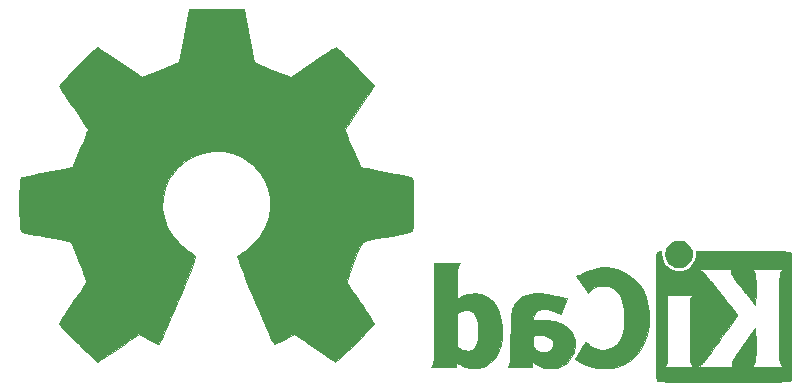
<source format=gbl>
G04 #@! TF.GenerationSoftware,KiCad,Pcbnew,(5.1.0)-1*
G04 #@! TF.CreationDate,2019-06-08T20:54:27-04:00*
G04 #@! TF.ProjectId,Case top+bottom,43617365-2074-46f7-902b-626f74746f6d,rev?*
G04 #@! TF.SameCoordinates,Original*
G04 #@! TF.FileFunction,Copper,L2,Bot*
G04 #@! TF.FilePolarity,Positive*
%FSLAX46Y46*%
G04 Gerber Fmt 4.6, Leading zero omitted, Abs format (unit mm)*
G04 Created by KiCad (PCBNEW (5.1.0)-1) date 2019-06-08 20:54:27*
%MOMM*%
%LPD*%
G04 APERTURE LIST*
%ADD10C,0.010000*%
G04 APERTURE END LIST*
D10*
G36*
X178777844Y-63319844D02*
G01*
X178572742Y-63390957D01*
X178381785Y-63502889D01*
X178211243Y-63655625D01*
X178067387Y-63849151D01*
X178002768Y-63971129D01*
X177946842Y-64141743D01*
X177919735Y-64338711D01*
X177922738Y-64541205D01*
X177956067Y-64724699D01*
X178047162Y-64948924D01*
X178179258Y-65143422D01*
X178345642Y-65304367D01*
X178539598Y-65427933D01*
X178754414Y-65510292D01*
X178983375Y-65547617D01*
X179219767Y-65536082D01*
X179336291Y-65511430D01*
X179563385Y-65423091D01*
X179765081Y-65288290D01*
X179936515Y-65111183D01*
X180072820Y-64895927D01*
X180084352Y-64872419D01*
X180124217Y-64784205D01*
X180149249Y-64709910D01*
X180162839Y-64631535D01*
X180168382Y-64531080D01*
X180169302Y-64421774D01*
X180167780Y-64290448D01*
X180160914Y-64195509D01*
X180145250Y-64118753D01*
X180117333Y-64041974D01*
X180082873Y-63966223D01*
X179954338Y-63751190D01*
X179796052Y-63577080D01*
X179614287Y-63443876D01*
X179415313Y-63351566D01*
X179205400Y-63300134D01*
X178990821Y-63289565D01*
X178777844Y-63319844D01*
X178777844Y-63319844D01*
G37*
X178777844Y-63319844D02*
X178572742Y-63390957D01*
X178381785Y-63502889D01*
X178211243Y-63655625D01*
X178067387Y-63849151D01*
X178002768Y-63971129D01*
X177946842Y-64141743D01*
X177919735Y-64338711D01*
X177922738Y-64541205D01*
X177956067Y-64724699D01*
X178047162Y-64948924D01*
X178179258Y-65143422D01*
X178345642Y-65304367D01*
X178539598Y-65427933D01*
X178754414Y-65510292D01*
X178983375Y-65547617D01*
X179219767Y-65536082D01*
X179336291Y-65511430D01*
X179563385Y-65423091D01*
X179765081Y-65288290D01*
X179936515Y-65111183D01*
X180072820Y-64895927D01*
X180084352Y-64872419D01*
X180124217Y-64784205D01*
X180149249Y-64709910D01*
X180162839Y-64631535D01*
X180168382Y-64531080D01*
X180169302Y-64421774D01*
X180167780Y-64290448D01*
X180160914Y-64195509D01*
X180145250Y-64118753D01*
X180117333Y-64041974D01*
X180082873Y-63966223D01*
X179954338Y-63751190D01*
X179796052Y-63577080D01*
X179614287Y-63443876D01*
X179415313Y-63351566D01*
X179205400Y-63300134D01*
X178990821Y-63289565D01*
X178777844Y-63319844D01*
G36*
X159744033Y-65150618D02*
G01*
X159511746Y-65151571D01*
X159432796Y-65152052D01*
X158347151Y-65159193D01*
X158333495Y-69324247D01*
X158331692Y-69889041D01*
X158330092Y-70401864D01*
X158328594Y-70865371D01*
X158327094Y-71282214D01*
X158325491Y-71655045D01*
X158323680Y-71986519D01*
X158321560Y-72279286D01*
X158319028Y-72536002D01*
X158315980Y-72759318D01*
X158312315Y-72951887D01*
X158307929Y-73116363D01*
X158302720Y-73255398D01*
X158296584Y-73371644D01*
X158289420Y-73467756D01*
X158281125Y-73546386D01*
X158271595Y-73610187D01*
X158260728Y-73661811D01*
X158248421Y-73703912D01*
X158234572Y-73739143D01*
X158219077Y-73770156D01*
X158201835Y-73799604D01*
X158182742Y-73830141D01*
X158161695Y-73864418D01*
X158157381Y-73871720D01*
X158085004Y-73995221D01*
X159131024Y-73988068D01*
X160177044Y-73980914D01*
X160190699Y-73751142D01*
X160198135Y-73640873D01*
X160205883Y-73577122D01*
X160216397Y-73551827D01*
X160232128Y-73556922D01*
X160245323Y-73571498D01*
X160302803Y-73624591D01*
X160396487Y-73692837D01*
X160513175Y-73768080D01*
X160639669Y-73842167D01*
X160762769Y-73906943D01*
X160857287Y-73949561D01*
X161078726Y-74019595D01*
X161332793Y-74069204D01*
X161600734Y-74096494D01*
X161863789Y-74099569D01*
X162103205Y-74076532D01*
X162107147Y-74075873D01*
X162434747Y-73993669D01*
X162741413Y-73862700D01*
X163024186Y-73685780D01*
X163280108Y-73465726D01*
X163506222Y-73205351D01*
X163699570Y-72907472D01*
X163857194Y-72574904D01*
X163943016Y-72328548D01*
X163999611Y-72122445D01*
X164041582Y-71922867D01*
X164070211Y-71717690D01*
X164086782Y-71494791D01*
X164092577Y-71242045D01*
X164090011Y-71035662D01*
X162074675Y-71035662D01*
X162065138Y-71381732D01*
X162035054Y-71679467D01*
X161983497Y-71931510D01*
X161909542Y-72140502D01*
X161812262Y-72309086D01*
X161690734Y-72439906D01*
X161550454Y-72532385D01*
X161477460Y-72566909D01*
X161414153Y-72587607D01*
X161343573Y-72597077D01*
X161248758Y-72597915D01*
X161146613Y-72594228D01*
X160945739Y-72576510D01*
X160786866Y-72541813D01*
X160736936Y-72524433D01*
X160622925Y-72473102D01*
X160502677Y-72408643D01*
X160450162Y-72376376D01*
X160313603Y-72286805D01*
X160313603Y-69447706D01*
X160463818Y-69357665D01*
X160673308Y-69255923D01*
X160887342Y-69195751D01*
X161098091Y-69176796D01*
X161297727Y-69198701D01*
X161478423Y-69261113D01*
X161632351Y-69363676D01*
X161682019Y-69412906D01*
X161801738Y-69574211D01*
X161898636Y-69769471D01*
X161973523Y-70002031D01*
X162027207Y-70275239D01*
X162060500Y-70592441D01*
X162074211Y-70956984D01*
X162074675Y-71035662D01*
X164090011Y-71035662D01*
X164088942Y-70949756D01*
X164065918Y-70500158D01*
X164019622Y-70094628D01*
X163948836Y-69727257D01*
X163852339Y-69392137D01*
X163728913Y-69083363D01*
X163684869Y-68991822D01*
X163507460Y-68693296D01*
X163293070Y-68428007D01*
X163046741Y-68200237D01*
X162773513Y-68014268D01*
X162478426Y-67874382D01*
X162301541Y-67816678D01*
X162127822Y-67782422D01*
X161918795Y-67762041D01*
X161691986Y-67755525D01*
X161464916Y-67762866D01*
X161255108Y-67784055D01*
X161086648Y-67817295D01*
X160886143Y-67882482D01*
X160691805Y-67966307D01*
X160521776Y-68060280D01*
X160431279Y-68124058D01*
X160368856Y-68171484D01*
X160325147Y-68200361D01*
X160315204Y-68204462D01*
X160312121Y-68178041D01*
X160309247Y-68102339D01*
X160306645Y-67982698D01*
X160304379Y-67824462D01*
X160302512Y-67632973D01*
X160301109Y-67413574D01*
X160300233Y-67171607D01*
X160299947Y-66925147D01*
X160300106Y-66609476D01*
X160300892Y-66343337D01*
X160302762Y-66121641D01*
X160306175Y-65939296D01*
X160311591Y-65791212D01*
X160319469Y-65672299D01*
X160330267Y-65577465D01*
X160344445Y-65501620D01*
X160362461Y-65439674D01*
X160384775Y-65386536D01*
X160411846Y-65337115D01*
X160444133Y-65286321D01*
X160448287Y-65280031D01*
X160489929Y-65214245D01*
X160515071Y-65169008D01*
X160518441Y-65159466D01*
X160492097Y-65156455D01*
X160416931Y-65154006D01*
X160298743Y-65152158D01*
X160143331Y-65150951D01*
X159956494Y-65150424D01*
X159744033Y-65150618D01*
X159744033Y-65150618D01*
G37*
X159744033Y-65150618D02*
X159511746Y-65151571D01*
X159432796Y-65152052D01*
X158347151Y-65159193D01*
X158333495Y-69324247D01*
X158331692Y-69889041D01*
X158330092Y-70401864D01*
X158328594Y-70865371D01*
X158327094Y-71282214D01*
X158325491Y-71655045D01*
X158323680Y-71986519D01*
X158321560Y-72279286D01*
X158319028Y-72536002D01*
X158315980Y-72759318D01*
X158312315Y-72951887D01*
X158307929Y-73116363D01*
X158302720Y-73255398D01*
X158296584Y-73371644D01*
X158289420Y-73467756D01*
X158281125Y-73546386D01*
X158271595Y-73610187D01*
X158260728Y-73661811D01*
X158248421Y-73703912D01*
X158234572Y-73739143D01*
X158219077Y-73770156D01*
X158201835Y-73799604D01*
X158182742Y-73830141D01*
X158161695Y-73864418D01*
X158157381Y-73871720D01*
X158085004Y-73995221D01*
X159131024Y-73988068D01*
X160177044Y-73980914D01*
X160190699Y-73751142D01*
X160198135Y-73640873D01*
X160205883Y-73577122D01*
X160216397Y-73551827D01*
X160232128Y-73556922D01*
X160245323Y-73571498D01*
X160302803Y-73624591D01*
X160396487Y-73692837D01*
X160513175Y-73768080D01*
X160639669Y-73842167D01*
X160762769Y-73906943D01*
X160857287Y-73949561D01*
X161078726Y-74019595D01*
X161332793Y-74069204D01*
X161600734Y-74096494D01*
X161863789Y-74099569D01*
X162103205Y-74076532D01*
X162107147Y-74075873D01*
X162434747Y-73993669D01*
X162741413Y-73862700D01*
X163024186Y-73685780D01*
X163280108Y-73465726D01*
X163506222Y-73205351D01*
X163699570Y-72907472D01*
X163857194Y-72574904D01*
X163943016Y-72328548D01*
X163999611Y-72122445D01*
X164041582Y-71922867D01*
X164070211Y-71717690D01*
X164086782Y-71494791D01*
X164092577Y-71242045D01*
X164090011Y-71035662D01*
X162074675Y-71035662D01*
X162065138Y-71381732D01*
X162035054Y-71679467D01*
X161983497Y-71931510D01*
X161909542Y-72140502D01*
X161812262Y-72309086D01*
X161690734Y-72439906D01*
X161550454Y-72532385D01*
X161477460Y-72566909D01*
X161414153Y-72587607D01*
X161343573Y-72597077D01*
X161248758Y-72597915D01*
X161146613Y-72594228D01*
X160945739Y-72576510D01*
X160786866Y-72541813D01*
X160736936Y-72524433D01*
X160622925Y-72473102D01*
X160502677Y-72408643D01*
X160450162Y-72376376D01*
X160313603Y-72286805D01*
X160313603Y-69447706D01*
X160463818Y-69357665D01*
X160673308Y-69255923D01*
X160887342Y-69195751D01*
X161098091Y-69176796D01*
X161297727Y-69198701D01*
X161478423Y-69261113D01*
X161632351Y-69363676D01*
X161682019Y-69412906D01*
X161801738Y-69574211D01*
X161898636Y-69769471D01*
X161973523Y-70002031D01*
X162027207Y-70275239D01*
X162060500Y-70592441D01*
X162074211Y-70956984D01*
X162074675Y-71035662D01*
X164090011Y-71035662D01*
X164088942Y-70949756D01*
X164065918Y-70500158D01*
X164019622Y-70094628D01*
X163948836Y-69727257D01*
X163852339Y-69392137D01*
X163728913Y-69083363D01*
X163684869Y-68991822D01*
X163507460Y-68693296D01*
X163293070Y-68428007D01*
X163046741Y-68200237D01*
X162773513Y-68014268D01*
X162478426Y-67874382D01*
X162301541Y-67816678D01*
X162127822Y-67782422D01*
X161918795Y-67762041D01*
X161691986Y-67755525D01*
X161464916Y-67762866D01*
X161255108Y-67784055D01*
X161086648Y-67817295D01*
X160886143Y-67882482D01*
X160691805Y-67966307D01*
X160521776Y-68060280D01*
X160431279Y-68124058D01*
X160368856Y-68171484D01*
X160325147Y-68200361D01*
X160315204Y-68204462D01*
X160312121Y-68178041D01*
X160309247Y-68102339D01*
X160306645Y-67982698D01*
X160304379Y-67824462D01*
X160302512Y-67632973D01*
X160301109Y-67413574D01*
X160300233Y-67171607D01*
X160299947Y-66925147D01*
X160300106Y-66609476D01*
X160300892Y-66343337D01*
X160302762Y-66121641D01*
X160306175Y-65939296D01*
X160311591Y-65791212D01*
X160319469Y-65672299D01*
X160330267Y-65577465D01*
X160344445Y-65501620D01*
X160362461Y-65439674D01*
X160384775Y-65386536D01*
X160411846Y-65337115D01*
X160444133Y-65286321D01*
X160448287Y-65280031D01*
X160489929Y-65214245D01*
X160515071Y-65169008D01*
X160518441Y-65159466D01*
X160492097Y-65156455D01*
X160416931Y-65154006D01*
X160298743Y-65152158D01*
X160143331Y-65150951D01*
X159956494Y-65150424D01*
X159744033Y-65150618D01*
G36*
X167054049Y-67751368D02*
G01*
X166918728Y-67761611D01*
X166531558Y-67813122D01*
X166188679Y-67895283D01*
X165888420Y-68009222D01*
X165629112Y-68156072D01*
X165409084Y-68336962D01*
X165226666Y-68553022D01*
X165080189Y-68805384D01*
X164973229Y-69078441D01*
X164946079Y-69165541D01*
X164922436Y-69247107D01*
X164902023Y-69327529D01*
X164884561Y-69411199D01*
X164869770Y-69502508D01*
X164857373Y-69605847D01*
X164847089Y-69725609D01*
X164838642Y-69866183D01*
X164831752Y-70031962D01*
X164826139Y-70227336D01*
X164821527Y-70456698D01*
X164817635Y-70724437D01*
X164814185Y-71034947D01*
X164810898Y-71392618D01*
X164808549Y-71673064D01*
X164792742Y-73598548D01*
X164690323Y-73783843D01*
X164641825Y-73873111D01*
X164605734Y-73942448D01*
X164588517Y-73979354D01*
X164587904Y-73981854D01*
X164614220Y-73984715D01*
X164689189Y-73987351D01*
X164806839Y-73989689D01*
X164961200Y-73991653D01*
X165146300Y-73993170D01*
X165356168Y-73994165D01*
X165584833Y-73994565D01*
X165612097Y-73994570D01*
X166636291Y-73994570D01*
X166636291Y-73762419D01*
X166638037Y-73657507D01*
X166642698Y-73577271D01*
X166649404Y-73534251D01*
X166652368Y-73530269D01*
X166679477Y-73546950D01*
X166735269Y-73590731D01*
X166807785Y-73652216D01*
X166809411Y-73653638D01*
X166941743Y-73752160D01*
X167108867Y-73851089D01*
X167291900Y-73940706D01*
X167471957Y-74011293D01*
X167551237Y-74035414D01*
X167709009Y-74066051D01*
X167902603Y-74085602D01*
X168114296Y-74093787D01*
X168326368Y-74090327D01*
X168521096Y-74074945D01*
X168657366Y-74052811D01*
X168991546Y-73954676D01*
X169292397Y-73814819D01*
X169557961Y-73634974D01*
X169786279Y-73416876D01*
X169975394Y-73162261D01*
X170123347Y-72872864D01*
X170187175Y-72697258D01*
X170227177Y-72526576D01*
X170253687Y-72321678D01*
X170265953Y-72101464D01*
X170265550Y-72069420D01*
X168418388Y-72069420D01*
X168403070Y-72233053D01*
X168352065Y-72369042D01*
X168257796Y-72495208D01*
X168221589Y-72532203D01*
X168092880Y-72632221D01*
X167944115Y-72696294D01*
X167765887Y-72727309D01*
X167578202Y-72729593D01*
X167400186Y-72714514D01*
X167263888Y-72685021D01*
X167204694Y-72662869D01*
X167098005Y-72602496D01*
X166984963Y-72517589D01*
X166881825Y-72422295D01*
X166804849Y-72330760D01*
X166784409Y-72297181D01*
X166768519Y-72250157D01*
X166757222Y-72175333D01*
X166749991Y-72065560D01*
X166746300Y-71913692D01*
X166745538Y-71769155D01*
X166746054Y-71600644D01*
X166748140Y-71478799D01*
X166752598Y-71395666D01*
X166760235Y-71343292D01*
X166771854Y-71313726D01*
X166788260Y-71299013D01*
X166793334Y-71296670D01*
X166837430Y-71289453D01*
X166924400Y-71283550D01*
X167042500Y-71279493D01*
X167179986Y-71277815D01*
X167209839Y-71277813D01*
X167393614Y-71280746D01*
X167535593Y-71289469D01*
X167648409Y-71305177D01*
X167741598Y-71328118D01*
X167972754Y-71415535D01*
X168154027Y-71523010D01*
X168286986Y-71652262D01*
X168373199Y-71805010D01*
X168414238Y-71982972D01*
X168418388Y-72069420D01*
X170265550Y-72069420D01*
X170263224Y-71884834D01*
X170244748Y-71690689D01*
X170230336Y-71612252D01*
X170138310Y-71321017D01*
X169998377Y-71053054D01*
X169813177Y-70810932D01*
X169585352Y-70597221D01*
X169317543Y-70414492D01*
X169012393Y-70265314D01*
X168752957Y-70174727D01*
X168579566Y-70127136D01*
X168413718Y-70090155D01*
X168244671Y-70062585D01*
X168061683Y-70043224D01*
X167854011Y-70030871D01*
X167610913Y-70024326D01*
X167391128Y-70022483D01*
X166739406Y-70020699D01*
X166751891Y-69824798D01*
X166787343Y-69612243D01*
X166862759Y-69429543D01*
X166974927Y-69281262D01*
X167120636Y-69171960D01*
X167248936Y-69118624D01*
X167432765Y-69085010D01*
X167651606Y-69080183D01*
X167895200Y-69102363D01*
X168153290Y-69149772D01*
X168415615Y-69220629D01*
X168671918Y-69313155D01*
X168858176Y-69397778D01*
X168947789Y-69441231D01*
X169016142Y-69471580D01*
X169050903Y-69483423D01*
X169052789Y-69483043D01*
X169064785Y-69456518D01*
X169094738Y-69386210D01*
X169139830Y-69278855D01*
X169197243Y-69141190D01*
X169264158Y-68979949D01*
X169332176Y-68815395D01*
X169604103Y-68156328D01*
X169410681Y-68124559D01*
X169326846Y-68108619D01*
X169200817Y-68081847D01*
X169043392Y-68046673D01*
X168865367Y-68005528D01*
X168677537Y-67960842D01*
X168602742Y-67942683D01*
X168279162Y-67867631D01*
X167995868Y-67811362D01*
X167742285Y-67772738D01*
X167507838Y-67750623D01*
X167281951Y-67743878D01*
X167054049Y-67751368D01*
X167054049Y-67751368D01*
G37*
X167054049Y-67751368D02*
X166918728Y-67761611D01*
X166531558Y-67813122D01*
X166188679Y-67895283D01*
X165888420Y-68009222D01*
X165629112Y-68156072D01*
X165409084Y-68336962D01*
X165226666Y-68553022D01*
X165080189Y-68805384D01*
X164973229Y-69078441D01*
X164946079Y-69165541D01*
X164922436Y-69247107D01*
X164902023Y-69327529D01*
X164884561Y-69411199D01*
X164869770Y-69502508D01*
X164857373Y-69605847D01*
X164847089Y-69725609D01*
X164838642Y-69866183D01*
X164831752Y-70031962D01*
X164826139Y-70227336D01*
X164821527Y-70456698D01*
X164817635Y-70724437D01*
X164814185Y-71034947D01*
X164810898Y-71392618D01*
X164808549Y-71673064D01*
X164792742Y-73598548D01*
X164690323Y-73783843D01*
X164641825Y-73873111D01*
X164605734Y-73942448D01*
X164588517Y-73979354D01*
X164587904Y-73981854D01*
X164614220Y-73984715D01*
X164689189Y-73987351D01*
X164806839Y-73989689D01*
X164961200Y-73991653D01*
X165146300Y-73993170D01*
X165356168Y-73994165D01*
X165584833Y-73994565D01*
X165612097Y-73994570D01*
X166636291Y-73994570D01*
X166636291Y-73762419D01*
X166638037Y-73657507D01*
X166642698Y-73577271D01*
X166649404Y-73534251D01*
X166652368Y-73530269D01*
X166679477Y-73546950D01*
X166735269Y-73590731D01*
X166807785Y-73652216D01*
X166809411Y-73653638D01*
X166941743Y-73752160D01*
X167108867Y-73851089D01*
X167291900Y-73940706D01*
X167471957Y-74011293D01*
X167551237Y-74035414D01*
X167709009Y-74066051D01*
X167902603Y-74085602D01*
X168114296Y-74093787D01*
X168326368Y-74090327D01*
X168521096Y-74074945D01*
X168657366Y-74052811D01*
X168991546Y-73954676D01*
X169292397Y-73814819D01*
X169557961Y-73634974D01*
X169786279Y-73416876D01*
X169975394Y-73162261D01*
X170123347Y-72872864D01*
X170187175Y-72697258D01*
X170227177Y-72526576D01*
X170253687Y-72321678D01*
X170265953Y-72101464D01*
X170265550Y-72069420D01*
X168418388Y-72069420D01*
X168403070Y-72233053D01*
X168352065Y-72369042D01*
X168257796Y-72495208D01*
X168221589Y-72532203D01*
X168092880Y-72632221D01*
X167944115Y-72696294D01*
X167765887Y-72727309D01*
X167578202Y-72729593D01*
X167400186Y-72714514D01*
X167263888Y-72685021D01*
X167204694Y-72662869D01*
X167098005Y-72602496D01*
X166984963Y-72517589D01*
X166881825Y-72422295D01*
X166804849Y-72330760D01*
X166784409Y-72297181D01*
X166768519Y-72250157D01*
X166757222Y-72175333D01*
X166749991Y-72065560D01*
X166746300Y-71913692D01*
X166745538Y-71769155D01*
X166746054Y-71600644D01*
X166748140Y-71478799D01*
X166752598Y-71395666D01*
X166760235Y-71343292D01*
X166771854Y-71313726D01*
X166788260Y-71299013D01*
X166793334Y-71296670D01*
X166837430Y-71289453D01*
X166924400Y-71283550D01*
X167042500Y-71279493D01*
X167179986Y-71277815D01*
X167209839Y-71277813D01*
X167393614Y-71280746D01*
X167535593Y-71289469D01*
X167648409Y-71305177D01*
X167741598Y-71328118D01*
X167972754Y-71415535D01*
X168154027Y-71523010D01*
X168286986Y-71652262D01*
X168373199Y-71805010D01*
X168414238Y-71982972D01*
X168418388Y-72069420D01*
X170265550Y-72069420D01*
X170263224Y-71884834D01*
X170244748Y-71690689D01*
X170230336Y-71612252D01*
X170138310Y-71321017D01*
X169998377Y-71053054D01*
X169813177Y-70810932D01*
X169585352Y-70597221D01*
X169317543Y-70414492D01*
X169012393Y-70265314D01*
X168752957Y-70174727D01*
X168579566Y-70127136D01*
X168413718Y-70090155D01*
X168244671Y-70062585D01*
X168061683Y-70043224D01*
X167854011Y-70030871D01*
X167610913Y-70024326D01*
X167391128Y-70022483D01*
X166739406Y-70020699D01*
X166751891Y-69824798D01*
X166787343Y-69612243D01*
X166862759Y-69429543D01*
X166974927Y-69281262D01*
X167120636Y-69171960D01*
X167248936Y-69118624D01*
X167432765Y-69085010D01*
X167651606Y-69080183D01*
X167895200Y-69102363D01*
X168153290Y-69149772D01*
X168415615Y-69220629D01*
X168671918Y-69313155D01*
X168858176Y-69397778D01*
X168947789Y-69441231D01*
X169016142Y-69471580D01*
X169050903Y-69483423D01*
X169052789Y-69483043D01*
X169064785Y-69456518D01*
X169094738Y-69386210D01*
X169139830Y-69278855D01*
X169197243Y-69141190D01*
X169264158Y-68979949D01*
X169332176Y-68815395D01*
X169604103Y-68156328D01*
X169410681Y-68124559D01*
X169326846Y-68108619D01*
X169200817Y-68081847D01*
X169043392Y-68046673D01*
X168865367Y-68005528D01*
X168677537Y-67960842D01*
X168602742Y-67942683D01*
X168279162Y-67867631D01*
X167995868Y-67811362D01*
X167742285Y-67772738D01*
X167507838Y-67750623D01*
X167281951Y-67743878D01*
X167054049Y-67751368D01*
G36*
X172479807Y-65555777D02*
G01*
X172185294Y-65588019D01*
X171899961Y-65645729D01*
X171612200Y-65731917D01*
X171310404Y-65849593D01*
X170982966Y-66001767D01*
X170923999Y-66031243D01*
X170788676Y-66097910D01*
X170661049Y-66157939D01*
X170553713Y-66205599D01*
X170479264Y-66235155D01*
X170467827Y-66238876D01*
X170358226Y-66271714D01*
X170848845Y-66985453D01*
X170968794Y-67159895D01*
X171078461Y-67319270D01*
X171174117Y-67458168D01*
X171252031Y-67571178D01*
X171308475Y-67652890D01*
X171339719Y-67697891D01*
X171344795Y-67705018D01*
X171365412Y-67690117D01*
X171416161Y-67645320D01*
X171487966Y-67578765D01*
X171527594Y-67541147D01*
X171752118Y-67362568D01*
X172004274Y-67226868D01*
X172221560Y-67152537D01*
X172351993Y-67129193D01*
X172515307Y-67114967D01*
X172692293Y-67110124D01*
X172863744Y-67114926D01*
X173010452Y-67129638D01*
X173068993Y-67140905D01*
X173332853Y-67231685D01*
X173570622Y-67370296D01*
X173782124Y-67556485D01*
X173967184Y-67789999D01*
X174125625Y-68070584D01*
X174257271Y-68397987D01*
X174361946Y-68771955D01*
X174424155Y-69092097D01*
X174440386Y-69233426D01*
X174451444Y-69416004D01*
X174457437Y-69626709D01*
X174458473Y-69852422D01*
X174454657Y-70080022D01*
X174446097Y-70296389D01*
X174432899Y-70488402D01*
X174415170Y-70642943D01*
X174411333Y-70666786D01*
X174326749Y-71050860D01*
X174211505Y-71390783D01*
X174064897Y-71688078D01*
X173886226Y-71944268D01*
X173759400Y-72082775D01*
X173531475Y-72270828D01*
X173281512Y-72410220D01*
X173013730Y-72500195D01*
X172732344Y-72539994D01*
X172441571Y-72528857D01*
X172145627Y-72466026D01*
X171970660Y-72404547D01*
X171728534Y-72281436D01*
X171478980Y-72104837D01*
X171339191Y-71985412D01*
X171260699Y-71916291D01*
X171199030Y-71865579D01*
X171163928Y-71841144D01*
X171159570Y-71840398D01*
X171143903Y-71865367D01*
X171103308Y-71931348D01*
X171041243Y-72032685D01*
X170961167Y-72163721D01*
X170866538Y-72318800D01*
X170760814Y-72492265D01*
X170701967Y-72588896D01*
X170252474Y-73327201D01*
X170813683Y-73604549D01*
X171016596Y-73704172D01*
X171180973Y-73782729D01*
X171316861Y-73844122D01*
X171434309Y-73892253D01*
X171543364Y-73931023D01*
X171654074Y-73964333D01*
X171776487Y-73996086D01*
X171893818Y-74023969D01*
X171998105Y-74045546D01*
X172107168Y-74061851D01*
X172231927Y-74073791D01*
X172383297Y-74082270D01*
X172572199Y-74088192D01*
X172699517Y-74090749D01*
X172881177Y-74092494D01*
X173055367Y-74091614D01*
X173210557Y-74088360D01*
X173335223Y-74082984D01*
X173417834Y-74075735D01*
X173422730Y-74075012D01*
X173851709Y-73982205D01*
X174254551Y-73841449D01*
X174631112Y-73652839D01*
X174981252Y-73416466D01*
X175304828Y-73132424D01*
X175601700Y-72800805D01*
X175816701Y-72506075D01*
X176045589Y-72120298D01*
X176230611Y-71712895D01*
X176372662Y-71280600D01*
X176472636Y-70820146D01*
X176531428Y-70328267D01*
X176549951Y-69828799D01*
X176534717Y-69345634D01*
X176486844Y-68899842D01*
X176404811Y-68483905D01*
X176287097Y-68090304D01*
X176132181Y-67711518D01*
X176113683Y-67672275D01*
X175909894Y-67305440D01*
X175659598Y-66956360D01*
X175369885Y-66632260D01*
X175047846Y-66340366D01*
X174700574Y-66087904D01*
X174376987Y-65902714D01*
X174050096Y-65757670D01*
X173722511Y-65652603D01*
X173381552Y-65584653D01*
X173014535Y-65550960D01*
X172795108Y-65545992D01*
X172479807Y-65555777D01*
X172479807Y-65555777D01*
G37*
X172479807Y-65555777D02*
X172185294Y-65588019D01*
X171899961Y-65645729D01*
X171612200Y-65731917D01*
X171310404Y-65849593D01*
X170982966Y-66001767D01*
X170923999Y-66031243D01*
X170788676Y-66097910D01*
X170661049Y-66157939D01*
X170553713Y-66205599D01*
X170479264Y-66235155D01*
X170467827Y-66238876D01*
X170358226Y-66271714D01*
X170848845Y-66985453D01*
X170968794Y-67159895D01*
X171078461Y-67319270D01*
X171174117Y-67458168D01*
X171252031Y-67571178D01*
X171308475Y-67652890D01*
X171339719Y-67697891D01*
X171344795Y-67705018D01*
X171365412Y-67690117D01*
X171416161Y-67645320D01*
X171487966Y-67578765D01*
X171527594Y-67541147D01*
X171752118Y-67362568D01*
X172004274Y-67226868D01*
X172221560Y-67152537D01*
X172351993Y-67129193D01*
X172515307Y-67114967D01*
X172692293Y-67110124D01*
X172863744Y-67114926D01*
X173010452Y-67129638D01*
X173068993Y-67140905D01*
X173332853Y-67231685D01*
X173570622Y-67370296D01*
X173782124Y-67556485D01*
X173967184Y-67789999D01*
X174125625Y-68070584D01*
X174257271Y-68397987D01*
X174361946Y-68771955D01*
X174424155Y-69092097D01*
X174440386Y-69233426D01*
X174451444Y-69416004D01*
X174457437Y-69626709D01*
X174458473Y-69852422D01*
X174454657Y-70080022D01*
X174446097Y-70296389D01*
X174432899Y-70488402D01*
X174415170Y-70642943D01*
X174411333Y-70666786D01*
X174326749Y-71050860D01*
X174211505Y-71390783D01*
X174064897Y-71688078D01*
X173886226Y-71944268D01*
X173759400Y-72082775D01*
X173531475Y-72270828D01*
X173281512Y-72410220D01*
X173013730Y-72500195D01*
X172732344Y-72539994D01*
X172441571Y-72528857D01*
X172145627Y-72466026D01*
X171970660Y-72404547D01*
X171728534Y-72281436D01*
X171478980Y-72104837D01*
X171339191Y-71985412D01*
X171260699Y-71916291D01*
X171199030Y-71865579D01*
X171163928Y-71841144D01*
X171159570Y-71840398D01*
X171143903Y-71865367D01*
X171103308Y-71931348D01*
X171041243Y-72032685D01*
X170961167Y-72163721D01*
X170866538Y-72318800D01*
X170760814Y-72492265D01*
X170701967Y-72588896D01*
X170252474Y-73327201D01*
X170813683Y-73604549D01*
X171016596Y-73704172D01*
X171180973Y-73782729D01*
X171316861Y-73844122D01*
X171434309Y-73892253D01*
X171543364Y-73931023D01*
X171654074Y-73964333D01*
X171776487Y-73996086D01*
X171893818Y-74023969D01*
X171998105Y-74045546D01*
X172107168Y-74061851D01*
X172231927Y-74073791D01*
X172383297Y-74082270D01*
X172572199Y-74088192D01*
X172699517Y-74090749D01*
X172881177Y-74092494D01*
X173055367Y-74091614D01*
X173210557Y-74088360D01*
X173335223Y-74082984D01*
X173417834Y-74075735D01*
X173422730Y-74075012D01*
X173851709Y-73982205D01*
X174254551Y-73841449D01*
X174631112Y-73652839D01*
X174981252Y-73416466D01*
X175304828Y-73132424D01*
X175601700Y-72800805D01*
X175816701Y-72506075D01*
X176045589Y-72120298D01*
X176230611Y-71712895D01*
X176372662Y-71280600D01*
X176472636Y-70820146D01*
X176531428Y-70328267D01*
X176549951Y-69828799D01*
X176534717Y-69345634D01*
X176486844Y-68899842D01*
X176404811Y-68483905D01*
X176287097Y-68090304D01*
X176132181Y-67711518D01*
X176113683Y-67672275D01*
X175909894Y-67305440D01*
X175659598Y-66956360D01*
X175369885Y-66632260D01*
X175047846Y-66340366D01*
X174700574Y-66087904D01*
X174376987Y-65902714D01*
X174050096Y-65757670D01*
X173722511Y-65652603D01*
X173381552Y-65584653D01*
X173014535Y-65550960D01*
X172795108Y-65545992D01*
X172479807Y-65555777D01*
G36*
X185202446Y-64189541D02*
G01*
X184676244Y-64189613D01*
X184431303Y-64189623D01*
X180510699Y-64189623D01*
X180510699Y-64420734D01*
X180486032Y-64701976D01*
X180411584Y-64961359D01*
X180286686Y-65200424D01*
X180110670Y-65420714D01*
X180051118Y-65480210D01*
X179836895Y-65648971D01*
X179600690Y-65772052D01*
X179349517Y-65849510D01*
X179090393Y-65881399D01*
X178830333Y-65867776D01*
X178576353Y-65808697D01*
X178335469Y-65704217D01*
X178114696Y-65554393D01*
X178015543Y-65464001D01*
X177830773Y-65242376D01*
X177695284Y-64998661D01*
X177610256Y-64735643D01*
X177576872Y-64456106D01*
X177576428Y-64428606D01*
X177574678Y-64189632D01*
X177469645Y-64189628D01*
X177376470Y-64202273D01*
X177291356Y-64233040D01*
X177285731Y-64236219D01*
X177266508Y-64246194D01*
X177248855Y-64253962D01*
X177232708Y-64261787D01*
X177218005Y-64271930D01*
X177204681Y-64286655D01*
X177192672Y-64308225D01*
X177181915Y-64338901D01*
X177172346Y-64380947D01*
X177163901Y-64436626D01*
X177156516Y-64508199D01*
X177150127Y-64597930D01*
X177144671Y-64708082D01*
X177140084Y-64840916D01*
X177136302Y-64998696D01*
X177133260Y-65183684D01*
X177130897Y-65398144D01*
X177129147Y-65644337D01*
X177127947Y-65924527D01*
X177127232Y-66240975D01*
X177126940Y-66595946D01*
X177127007Y-66991700D01*
X177127368Y-67430502D01*
X177127960Y-67914614D01*
X177128719Y-68446298D01*
X177129581Y-69027817D01*
X177130482Y-69661433D01*
X177130587Y-69738629D01*
X177131395Y-70376287D01*
X177132081Y-70961582D01*
X177132717Y-71496778D01*
X177133376Y-71984136D01*
X177134131Y-72425917D01*
X177135053Y-72824382D01*
X177136216Y-73181795D01*
X177137693Y-73500415D01*
X177139555Y-73782506D01*
X177141876Y-74030328D01*
X177144729Y-74246143D01*
X177148185Y-74432213D01*
X177152318Y-74590800D01*
X177157200Y-74724164D01*
X177162904Y-74834569D01*
X177169502Y-74924275D01*
X177177068Y-74995544D01*
X177185673Y-75050638D01*
X177195390Y-75091818D01*
X177206293Y-75121346D01*
X177218453Y-75141484D01*
X177231943Y-75154493D01*
X177246837Y-75162636D01*
X177263206Y-75168173D01*
X177281123Y-75173366D01*
X177300661Y-75180477D01*
X177305434Y-75182642D01*
X177320434Y-75187506D01*
X177345541Y-75191976D01*
X177382946Y-75196066D01*
X177434842Y-75199793D01*
X177503420Y-75203173D01*
X177590873Y-75206221D01*
X177699394Y-75208954D01*
X177831174Y-75211387D01*
X177988406Y-75213537D01*
X178173281Y-75215419D01*
X178387993Y-75217049D01*
X178634734Y-75218443D01*
X178915694Y-75219617D01*
X179233068Y-75220587D01*
X179589047Y-75221369D01*
X179985822Y-75221979D01*
X180425588Y-75222432D01*
X180910535Y-75222745D01*
X181442856Y-75222934D01*
X182024743Y-75223013D01*
X182658389Y-75223000D01*
X182863644Y-75222980D01*
X183511347Y-75222876D01*
X184106644Y-75222706D01*
X184651755Y-75222453D01*
X185148897Y-75222098D01*
X185600290Y-75221626D01*
X186008151Y-75221018D01*
X186374700Y-75220258D01*
X186702154Y-75219327D01*
X186992732Y-75218209D01*
X187248652Y-75216886D01*
X187472133Y-75215341D01*
X187665394Y-75213557D01*
X187830652Y-75211516D01*
X187970127Y-75209201D01*
X188086037Y-75206594D01*
X188180600Y-75203678D01*
X188256034Y-75200436D01*
X188314558Y-75196851D01*
X188358391Y-75192905D01*
X188389752Y-75188581D01*
X188410857Y-75183862D01*
X188422363Y-75179540D01*
X188442812Y-75170916D01*
X188461587Y-75164557D01*
X188478760Y-75158203D01*
X188494402Y-75149597D01*
X188508584Y-75136480D01*
X188521377Y-75116594D01*
X188532852Y-75087679D01*
X188543080Y-75047479D01*
X188552133Y-74993733D01*
X188560080Y-74924185D01*
X188566994Y-74836574D01*
X188572945Y-74728644D01*
X188578005Y-74598135D01*
X188582245Y-74442789D01*
X188585735Y-74260348D01*
X188588547Y-74048553D01*
X188589283Y-73967258D01*
X187860361Y-73967258D01*
X185283987Y-73967258D01*
X185333561Y-73892150D01*
X185382878Y-73814968D01*
X185424640Y-73741469D01*
X185459441Y-73666512D01*
X185487877Y-73584953D01*
X185510540Y-73491648D01*
X185528025Y-73381453D01*
X185540926Y-73249225D01*
X185549837Y-73089820D01*
X185555352Y-72898095D01*
X185558064Y-72668907D01*
X185558569Y-72397112D01*
X185557459Y-72077566D01*
X185556830Y-71958932D01*
X185549732Y-70687123D01*
X184744033Y-71784010D01*
X184515779Y-72095183D01*
X184318025Y-72366143D01*
X184148635Y-72600478D01*
X184005473Y-72801780D01*
X183886405Y-72973637D01*
X183789295Y-73119640D01*
X183712007Y-73243378D01*
X183652407Y-73348441D01*
X183608359Y-73438420D01*
X183577728Y-73516903D01*
X183558378Y-73587480D01*
X183548175Y-73653742D01*
X183544983Y-73719277D01*
X183546667Y-73787677D01*
X183547097Y-73796274D01*
X183555968Y-73967372D01*
X182144236Y-73967315D01*
X180732505Y-73967258D01*
X180942516Y-73755500D01*
X180999504Y-73697582D01*
X181053566Y-73641225D01*
X181107076Y-73583322D01*
X181162404Y-73520764D01*
X181221925Y-73450443D01*
X181288011Y-73369251D01*
X181363034Y-73274081D01*
X181449367Y-73161823D01*
X181549383Y-73029370D01*
X181665454Y-72873614D01*
X181799952Y-72691446D01*
X181955251Y-72479760D01*
X182133722Y-72235446D01*
X182337740Y-71955397D01*
X182569675Y-71636504D01*
X182759782Y-71374920D01*
X182998372Y-71046292D01*
X183206508Y-70758957D01*
X183386075Y-70510187D01*
X183538957Y-70297254D01*
X183667041Y-70117430D01*
X183772212Y-69967986D01*
X183856355Y-69846196D01*
X183921357Y-69749331D01*
X183969103Y-69674662D01*
X184001477Y-69619463D01*
X184020366Y-69581004D01*
X184027655Y-69556559D01*
X184025464Y-69543706D01*
X183998913Y-69509504D01*
X183941508Y-69437108D01*
X183856713Y-69330820D01*
X183747992Y-69194945D01*
X183618808Y-69033784D01*
X183472626Y-68851643D01*
X183312909Y-68652822D01*
X183143121Y-68441627D01*
X182966726Y-68222359D01*
X182787187Y-67999323D01*
X182688435Y-67876720D01*
X180236548Y-67876720D01*
X180032742Y-68245430D01*
X180032742Y-73598548D01*
X180236548Y-73967258D01*
X179031111Y-73967258D01*
X178743341Y-73967174D01*
X178505647Y-73966797D01*
X178313482Y-73965935D01*
X178162298Y-73964400D01*
X178047548Y-73962000D01*
X177964685Y-73958546D01*
X177909162Y-73953849D01*
X177876430Y-73947717D01*
X177861943Y-73939961D01*
X177861153Y-73930391D01*
X177869513Y-73918817D01*
X177869599Y-73918721D01*
X177904036Y-73868907D01*
X177949637Y-73787910D01*
X177989908Y-73707055D01*
X178066291Y-73543925D01*
X178074081Y-70710322D01*
X178081871Y-67876720D01*
X180236548Y-67876720D01*
X182688435Y-67876720D01*
X182607969Y-67776821D01*
X182432536Y-67559157D01*
X182264350Y-67350633D01*
X182106877Y-67155554D01*
X181963579Y-66978221D01*
X181837921Y-66822939D01*
X181733366Y-66694010D01*
X181653379Y-66595738D01*
X181606398Y-66538441D01*
X181423963Y-66324180D01*
X181248452Y-66130830D01*
X181086016Y-65964720D01*
X180942805Y-65832180D01*
X180841171Y-65750921D01*
X180720998Y-65664462D01*
X183484840Y-65664462D01*
X183484064Y-65826646D01*
X183491788Y-65945883D01*
X183520828Y-66056426D01*
X183565782Y-66161216D01*
X183595004Y-66220416D01*
X183626423Y-66279074D01*
X183662909Y-66341086D01*
X183707331Y-66410345D01*
X183762561Y-66490746D01*
X183831469Y-66586181D01*
X183916923Y-66700547D01*
X184021796Y-66837735D01*
X184148955Y-67001642D01*
X184301273Y-67196160D01*
X184481618Y-67425185D01*
X184692862Y-67692609D01*
X184716721Y-67722783D01*
X185549732Y-68776195D01*
X185557796Y-67609522D01*
X185559420Y-67260069D01*
X185559074Y-66964230D01*
X185556742Y-66721030D01*
X185552407Y-66529493D01*
X185546051Y-66388644D01*
X185537659Y-66297508D01*
X185534838Y-66280220D01*
X185490584Y-66098117D01*
X185432602Y-65933950D01*
X185366437Y-65801954D01*
X185326687Y-65745972D01*
X185258102Y-65664462D01*
X186559453Y-65664462D01*
X186869885Y-65664728D01*
X187129477Y-65665591D01*
X187342014Y-65667154D01*
X187511276Y-65669517D01*
X187641048Y-65672780D01*
X187735111Y-65677045D01*
X187797248Y-65682413D01*
X187831241Y-65688983D01*
X187840874Y-65696858D01*
X187840208Y-65698602D01*
X187812620Y-65740243D01*
X187766564Y-65806248D01*
X187742735Y-65839631D01*
X187718099Y-65872944D01*
X187695955Y-65902734D01*
X187676164Y-65931933D01*
X187658586Y-65963474D01*
X187643081Y-66000286D01*
X187629511Y-66045303D01*
X187617736Y-66101455D01*
X187607616Y-66171675D01*
X187599013Y-66258894D01*
X187591786Y-66366043D01*
X187585796Y-66496055D01*
X187580904Y-66651861D01*
X187576971Y-66836393D01*
X187573857Y-67052581D01*
X187571422Y-67303359D01*
X187569527Y-67591658D01*
X187568033Y-67920409D01*
X187566801Y-68292543D01*
X187565690Y-68710994D01*
X187564562Y-69178691D01*
X187563508Y-69608354D01*
X187562512Y-70087353D01*
X187561994Y-70544362D01*
X187561941Y-70976464D01*
X187562338Y-71380738D01*
X187563172Y-71754265D01*
X187564429Y-72094127D01*
X187566094Y-72397404D01*
X187568156Y-72661177D01*
X187570599Y-72882527D01*
X187573410Y-73058535D01*
X187576576Y-73186283D01*
X187580082Y-73262849D01*
X187580745Y-73270941D01*
X187604905Y-73456568D01*
X187642624Y-73605647D01*
X187700064Y-73735750D01*
X187783389Y-73864452D01*
X187793811Y-73878494D01*
X187860361Y-73967258D01*
X188589283Y-73967258D01*
X188590752Y-73805145D01*
X188592421Y-73527867D01*
X188593625Y-73214459D01*
X188594435Y-72862664D01*
X188594922Y-72470223D01*
X188595156Y-72034877D01*
X188595211Y-71554368D01*
X188595156Y-71026438D01*
X188595062Y-70448828D01*
X188595002Y-69819279D01*
X188595000Y-69694301D01*
X188594965Y-69058122D01*
X188594847Y-68474325D01*
X188594628Y-67940668D01*
X188594292Y-67454909D01*
X188593822Y-67014805D01*
X188593198Y-66618116D01*
X188592406Y-66262599D01*
X188591426Y-65946012D01*
X188590242Y-65666113D01*
X188588836Y-65420661D01*
X188587190Y-65207413D01*
X188585288Y-65024128D01*
X188583113Y-64868564D01*
X188580645Y-64738478D01*
X188577869Y-64631629D01*
X188574767Y-64545775D01*
X188571321Y-64478674D01*
X188567515Y-64428084D01*
X188563330Y-64391764D01*
X188558749Y-64367470D01*
X188553755Y-64352962D01*
X188553570Y-64352600D01*
X188543285Y-64330437D01*
X188534718Y-64310372D01*
X188525241Y-64292301D01*
X188512226Y-64276121D01*
X188493043Y-64261726D01*
X188465065Y-64249014D01*
X188425663Y-64237880D01*
X188372208Y-64228221D01*
X188302071Y-64219932D01*
X188212624Y-64212910D01*
X188101238Y-64207050D01*
X187965284Y-64202250D01*
X187802135Y-64198404D01*
X187609161Y-64195409D01*
X187383733Y-64193161D01*
X187123224Y-64191556D01*
X186825004Y-64190491D01*
X186486445Y-64189860D01*
X186104918Y-64189561D01*
X185677794Y-64189490D01*
X185202446Y-64189541D01*
X185202446Y-64189541D01*
G37*
X185202446Y-64189541D02*
X184676244Y-64189613D01*
X184431303Y-64189623D01*
X180510699Y-64189623D01*
X180510699Y-64420734D01*
X180486032Y-64701976D01*
X180411584Y-64961359D01*
X180286686Y-65200424D01*
X180110670Y-65420714D01*
X180051118Y-65480210D01*
X179836895Y-65648971D01*
X179600690Y-65772052D01*
X179349517Y-65849510D01*
X179090393Y-65881399D01*
X178830333Y-65867776D01*
X178576353Y-65808697D01*
X178335469Y-65704217D01*
X178114696Y-65554393D01*
X178015543Y-65464001D01*
X177830773Y-65242376D01*
X177695284Y-64998661D01*
X177610256Y-64735643D01*
X177576872Y-64456106D01*
X177576428Y-64428606D01*
X177574678Y-64189632D01*
X177469645Y-64189628D01*
X177376470Y-64202273D01*
X177291356Y-64233040D01*
X177285731Y-64236219D01*
X177266508Y-64246194D01*
X177248855Y-64253962D01*
X177232708Y-64261787D01*
X177218005Y-64271930D01*
X177204681Y-64286655D01*
X177192672Y-64308225D01*
X177181915Y-64338901D01*
X177172346Y-64380947D01*
X177163901Y-64436626D01*
X177156516Y-64508199D01*
X177150127Y-64597930D01*
X177144671Y-64708082D01*
X177140084Y-64840916D01*
X177136302Y-64998696D01*
X177133260Y-65183684D01*
X177130897Y-65398144D01*
X177129147Y-65644337D01*
X177127947Y-65924527D01*
X177127232Y-66240975D01*
X177126940Y-66595946D01*
X177127007Y-66991700D01*
X177127368Y-67430502D01*
X177127960Y-67914614D01*
X177128719Y-68446298D01*
X177129581Y-69027817D01*
X177130482Y-69661433D01*
X177130587Y-69738629D01*
X177131395Y-70376287D01*
X177132081Y-70961582D01*
X177132717Y-71496778D01*
X177133376Y-71984136D01*
X177134131Y-72425917D01*
X177135053Y-72824382D01*
X177136216Y-73181795D01*
X177137693Y-73500415D01*
X177139555Y-73782506D01*
X177141876Y-74030328D01*
X177144729Y-74246143D01*
X177148185Y-74432213D01*
X177152318Y-74590800D01*
X177157200Y-74724164D01*
X177162904Y-74834569D01*
X177169502Y-74924275D01*
X177177068Y-74995544D01*
X177185673Y-75050638D01*
X177195390Y-75091818D01*
X177206293Y-75121346D01*
X177218453Y-75141484D01*
X177231943Y-75154493D01*
X177246837Y-75162636D01*
X177263206Y-75168173D01*
X177281123Y-75173366D01*
X177300661Y-75180477D01*
X177305434Y-75182642D01*
X177320434Y-75187506D01*
X177345541Y-75191976D01*
X177382946Y-75196066D01*
X177434842Y-75199793D01*
X177503420Y-75203173D01*
X177590873Y-75206221D01*
X177699394Y-75208954D01*
X177831174Y-75211387D01*
X177988406Y-75213537D01*
X178173281Y-75215419D01*
X178387993Y-75217049D01*
X178634734Y-75218443D01*
X178915694Y-75219617D01*
X179233068Y-75220587D01*
X179589047Y-75221369D01*
X179985822Y-75221979D01*
X180425588Y-75222432D01*
X180910535Y-75222745D01*
X181442856Y-75222934D01*
X182024743Y-75223013D01*
X182658389Y-75223000D01*
X182863644Y-75222980D01*
X183511347Y-75222876D01*
X184106644Y-75222706D01*
X184651755Y-75222453D01*
X185148897Y-75222098D01*
X185600290Y-75221626D01*
X186008151Y-75221018D01*
X186374700Y-75220258D01*
X186702154Y-75219327D01*
X186992732Y-75218209D01*
X187248652Y-75216886D01*
X187472133Y-75215341D01*
X187665394Y-75213557D01*
X187830652Y-75211516D01*
X187970127Y-75209201D01*
X188086037Y-75206594D01*
X188180600Y-75203678D01*
X188256034Y-75200436D01*
X188314558Y-75196851D01*
X188358391Y-75192905D01*
X188389752Y-75188581D01*
X188410857Y-75183862D01*
X188422363Y-75179540D01*
X188442812Y-75170916D01*
X188461587Y-75164557D01*
X188478760Y-75158203D01*
X188494402Y-75149597D01*
X188508584Y-75136480D01*
X188521377Y-75116594D01*
X188532852Y-75087679D01*
X188543080Y-75047479D01*
X188552133Y-74993733D01*
X188560080Y-74924185D01*
X188566994Y-74836574D01*
X188572945Y-74728644D01*
X188578005Y-74598135D01*
X188582245Y-74442789D01*
X188585735Y-74260348D01*
X188588547Y-74048553D01*
X188589283Y-73967258D01*
X187860361Y-73967258D01*
X185283987Y-73967258D01*
X185333561Y-73892150D01*
X185382878Y-73814968D01*
X185424640Y-73741469D01*
X185459441Y-73666512D01*
X185487877Y-73584953D01*
X185510540Y-73491648D01*
X185528025Y-73381453D01*
X185540926Y-73249225D01*
X185549837Y-73089820D01*
X185555352Y-72898095D01*
X185558064Y-72668907D01*
X185558569Y-72397112D01*
X185557459Y-72077566D01*
X185556830Y-71958932D01*
X185549732Y-70687123D01*
X184744033Y-71784010D01*
X184515779Y-72095183D01*
X184318025Y-72366143D01*
X184148635Y-72600478D01*
X184005473Y-72801780D01*
X183886405Y-72973637D01*
X183789295Y-73119640D01*
X183712007Y-73243378D01*
X183652407Y-73348441D01*
X183608359Y-73438420D01*
X183577728Y-73516903D01*
X183558378Y-73587480D01*
X183548175Y-73653742D01*
X183544983Y-73719277D01*
X183546667Y-73787677D01*
X183547097Y-73796274D01*
X183555968Y-73967372D01*
X182144236Y-73967315D01*
X180732505Y-73967258D01*
X180942516Y-73755500D01*
X180999504Y-73697582D01*
X181053566Y-73641225D01*
X181107076Y-73583322D01*
X181162404Y-73520764D01*
X181221925Y-73450443D01*
X181288011Y-73369251D01*
X181363034Y-73274081D01*
X181449367Y-73161823D01*
X181549383Y-73029370D01*
X181665454Y-72873614D01*
X181799952Y-72691446D01*
X181955251Y-72479760D01*
X182133722Y-72235446D01*
X182337740Y-71955397D01*
X182569675Y-71636504D01*
X182759782Y-71374920D01*
X182998372Y-71046292D01*
X183206508Y-70758957D01*
X183386075Y-70510187D01*
X183538957Y-70297254D01*
X183667041Y-70117430D01*
X183772212Y-69967986D01*
X183856355Y-69846196D01*
X183921357Y-69749331D01*
X183969103Y-69674662D01*
X184001477Y-69619463D01*
X184020366Y-69581004D01*
X184027655Y-69556559D01*
X184025464Y-69543706D01*
X183998913Y-69509504D01*
X183941508Y-69437108D01*
X183856713Y-69330820D01*
X183747992Y-69194945D01*
X183618808Y-69033784D01*
X183472626Y-68851643D01*
X183312909Y-68652822D01*
X183143121Y-68441627D01*
X182966726Y-68222359D01*
X182787187Y-67999323D01*
X182688435Y-67876720D01*
X180236548Y-67876720D01*
X180032742Y-68245430D01*
X180032742Y-73598548D01*
X180236548Y-73967258D01*
X179031111Y-73967258D01*
X178743341Y-73967174D01*
X178505647Y-73966797D01*
X178313482Y-73965935D01*
X178162298Y-73964400D01*
X178047548Y-73962000D01*
X177964685Y-73958546D01*
X177909162Y-73953849D01*
X177876430Y-73947717D01*
X177861943Y-73939961D01*
X177861153Y-73930391D01*
X177869513Y-73918817D01*
X177869599Y-73918721D01*
X177904036Y-73868907D01*
X177949637Y-73787910D01*
X177989908Y-73707055D01*
X178066291Y-73543925D01*
X178074081Y-70710322D01*
X178081871Y-67876720D01*
X180236548Y-67876720D01*
X182688435Y-67876720D01*
X182607969Y-67776821D01*
X182432536Y-67559157D01*
X182264350Y-67350633D01*
X182106877Y-67155554D01*
X181963579Y-66978221D01*
X181837921Y-66822939D01*
X181733366Y-66694010D01*
X181653379Y-66595738D01*
X181606398Y-66538441D01*
X181423963Y-66324180D01*
X181248452Y-66130830D01*
X181086016Y-65964720D01*
X180942805Y-65832180D01*
X180841171Y-65750921D01*
X180720998Y-65664462D01*
X183484840Y-65664462D01*
X183484064Y-65826646D01*
X183491788Y-65945883D01*
X183520828Y-66056426D01*
X183565782Y-66161216D01*
X183595004Y-66220416D01*
X183626423Y-66279074D01*
X183662909Y-66341086D01*
X183707331Y-66410345D01*
X183762561Y-66490746D01*
X183831469Y-66586181D01*
X183916923Y-66700547D01*
X184021796Y-66837735D01*
X184148955Y-67001642D01*
X184301273Y-67196160D01*
X184481618Y-67425185D01*
X184692862Y-67692609D01*
X184716721Y-67722783D01*
X185549732Y-68776195D01*
X185557796Y-67609522D01*
X185559420Y-67260069D01*
X185559074Y-66964230D01*
X185556742Y-66721030D01*
X185552407Y-66529493D01*
X185546051Y-66388644D01*
X185537659Y-66297508D01*
X185534838Y-66280220D01*
X185490584Y-66098117D01*
X185432602Y-65933950D01*
X185366437Y-65801954D01*
X185326687Y-65745972D01*
X185258102Y-65664462D01*
X186559453Y-65664462D01*
X186869885Y-65664728D01*
X187129477Y-65665591D01*
X187342014Y-65667154D01*
X187511276Y-65669517D01*
X187641048Y-65672780D01*
X187735111Y-65677045D01*
X187797248Y-65682413D01*
X187831241Y-65688983D01*
X187840874Y-65696858D01*
X187840208Y-65698602D01*
X187812620Y-65740243D01*
X187766564Y-65806248D01*
X187742735Y-65839631D01*
X187718099Y-65872944D01*
X187695955Y-65902734D01*
X187676164Y-65931933D01*
X187658586Y-65963474D01*
X187643081Y-66000286D01*
X187629511Y-66045303D01*
X187617736Y-66101455D01*
X187607616Y-66171675D01*
X187599013Y-66258894D01*
X187591786Y-66366043D01*
X187585796Y-66496055D01*
X187580904Y-66651861D01*
X187576971Y-66836393D01*
X187573857Y-67052581D01*
X187571422Y-67303359D01*
X187569527Y-67591658D01*
X187568033Y-67920409D01*
X187566801Y-68292543D01*
X187565690Y-68710994D01*
X187564562Y-69178691D01*
X187563508Y-69608354D01*
X187562512Y-70087353D01*
X187561994Y-70544362D01*
X187561941Y-70976464D01*
X187562338Y-71380738D01*
X187563172Y-71754265D01*
X187564429Y-72094127D01*
X187566094Y-72397404D01*
X187568156Y-72661177D01*
X187570599Y-72882527D01*
X187573410Y-73058535D01*
X187576576Y-73186283D01*
X187580082Y-73262849D01*
X187580745Y-73270941D01*
X187604905Y-73456568D01*
X187642624Y-73605647D01*
X187700064Y-73735750D01*
X187783389Y-73864452D01*
X187793811Y-73878494D01*
X187860361Y-73967258D01*
X188589283Y-73967258D01*
X188590752Y-73805145D01*
X188592421Y-73527867D01*
X188593625Y-73214459D01*
X188594435Y-72862664D01*
X188594922Y-72470223D01*
X188595156Y-72034877D01*
X188595211Y-71554368D01*
X188595156Y-71026438D01*
X188595062Y-70448828D01*
X188595002Y-69819279D01*
X188595000Y-69694301D01*
X188594965Y-69058122D01*
X188594847Y-68474325D01*
X188594628Y-67940668D01*
X188594292Y-67454909D01*
X188593822Y-67014805D01*
X188593198Y-66618116D01*
X188592406Y-66262599D01*
X188591426Y-65946012D01*
X188590242Y-65666113D01*
X188588836Y-65420661D01*
X188587190Y-65207413D01*
X188585288Y-65024128D01*
X188583113Y-64868564D01*
X188580645Y-64738478D01*
X188577869Y-64631629D01*
X188574767Y-64545775D01*
X188571321Y-64478674D01*
X188567515Y-64428084D01*
X188563330Y-64391764D01*
X188558749Y-64367470D01*
X188553755Y-64352962D01*
X188553570Y-64352600D01*
X188543285Y-64330437D01*
X188534718Y-64310372D01*
X188525241Y-64292301D01*
X188512226Y-64276121D01*
X188493043Y-64261726D01*
X188465065Y-64249014D01*
X188425663Y-64237880D01*
X188372208Y-64228221D01*
X188302071Y-64219932D01*
X188212624Y-64212910D01*
X188101238Y-64207050D01*
X187965284Y-64202250D01*
X187802135Y-64198404D01*
X187609161Y-64195409D01*
X187383733Y-64193161D01*
X187123224Y-64191556D01*
X186825004Y-64190491D01*
X186486445Y-64189860D01*
X186104918Y-64189561D01*
X185677794Y-64189490D01*
X185202446Y-64189541D01*
G36*
X137154493Y-45925600D02*
G01*
X136732309Y-48165068D01*
X135174509Y-48807245D01*
X133616709Y-49449421D01*
X131747868Y-48178623D01*
X131224495Y-47824790D01*
X130751394Y-47508863D01*
X130350642Y-47245268D01*
X130044316Y-47048426D01*
X129854494Y-46932763D01*
X129802799Y-46907824D01*
X129709672Y-46971965D01*
X129510669Y-47149289D01*
X129228098Y-47417143D01*
X128884263Y-47752875D01*
X128501471Y-48133834D01*
X128102027Y-48537369D01*
X127708237Y-48940826D01*
X127342407Y-49321556D01*
X127026842Y-49656905D01*
X126783849Y-49924222D01*
X126635733Y-50100856D01*
X126600324Y-50159969D01*
X126651283Y-50268949D01*
X126794149Y-50507702D01*
X127013898Y-50852875D01*
X127295511Y-51281113D01*
X127623967Y-51769064D01*
X127814294Y-52047379D01*
X128161206Y-52555582D01*
X128469472Y-53014184D01*
X128724137Y-53400356D01*
X128910247Y-53691272D01*
X129012848Y-53864104D01*
X129028265Y-53900425D01*
X128993314Y-54003651D01*
X128898045Y-54244229D01*
X128756832Y-54588336D01*
X128584051Y-55002145D01*
X128394075Y-55451831D01*
X128201279Y-55903569D01*
X128020038Y-56323534D01*
X127864727Y-56677900D01*
X127749721Y-56932843D01*
X127689393Y-57054536D01*
X127685832Y-57059326D01*
X127591105Y-57082562D01*
X127338828Y-57134400D01*
X126955150Y-57209746D01*
X126466221Y-57303502D01*
X125898189Y-57410572D01*
X125566773Y-57472316D01*
X124959802Y-57587883D01*
X124411565Y-57697851D01*
X123949799Y-57796203D01*
X123602239Y-57876923D01*
X123396621Y-57933992D01*
X123355287Y-57952099D01*
X123314804Y-58074654D01*
X123282140Y-58351442D01*
X123257273Y-58750096D01*
X123240181Y-59238249D01*
X123230841Y-59783536D01*
X123229232Y-60353588D01*
X123235331Y-60916038D01*
X123249117Y-61438522D01*
X123270566Y-61888670D01*
X123299658Y-62234117D01*
X123336369Y-62442495D01*
X123358388Y-62485875D01*
X123490004Y-62537870D01*
X123768892Y-62612205D01*
X124158163Y-62700148D01*
X124620927Y-62792965D01*
X124782468Y-62822992D01*
X125561322Y-62965654D01*
X126176560Y-63080546D01*
X126648512Y-63172233D01*
X126997506Y-63245282D01*
X127243871Y-63304259D01*
X127407936Y-63353731D01*
X127510029Y-63398265D01*
X127570479Y-63442426D01*
X127578936Y-63451154D01*
X127663364Y-63591749D01*
X127792157Y-63865367D01*
X127952457Y-64238501D01*
X128131404Y-64677649D01*
X128316136Y-65149304D01*
X128493794Y-65619962D01*
X128651518Y-66056119D01*
X128776447Y-66424270D01*
X128855721Y-66690909D01*
X128876481Y-66822533D01*
X128874750Y-66827144D01*
X128804411Y-66934729D01*
X128644838Y-67171444D01*
X128412801Y-67512649D01*
X128125068Y-67933706D01*
X127798408Y-68409976D01*
X127705379Y-68545322D01*
X127373677Y-69036010D01*
X127081793Y-69483716D01*
X126845628Y-69862731D01*
X126681081Y-70147345D01*
X126604055Y-70311852D01*
X126600324Y-70332062D01*
X126665041Y-70438289D01*
X126843865Y-70648728D01*
X127113810Y-70940762D01*
X127451886Y-71291776D01*
X127835104Y-71679152D01*
X128240478Y-72080273D01*
X128645017Y-72472522D01*
X129025735Y-72833284D01*
X129359642Y-73139941D01*
X129623750Y-73369876D01*
X129795071Y-73500472D01*
X129842465Y-73521794D01*
X129952782Y-73471573D01*
X130178645Y-73336122D01*
X130483263Y-73138259D01*
X130717635Y-72979002D01*
X131142306Y-72686776D01*
X131645220Y-72342691D01*
X132149669Y-71999157D01*
X132420876Y-71815298D01*
X133338855Y-71194388D01*
X134109434Y-71611032D01*
X134460490Y-71793556D01*
X134759011Y-71935427D01*
X134960996Y-72016344D01*
X135012411Y-72027603D01*
X135074236Y-71944473D01*
X135196206Y-71709560D01*
X135369217Y-71344532D01*
X135584163Y-70871060D01*
X135831939Y-70310811D01*
X136103441Y-69685453D01*
X136389563Y-69016657D01*
X136681200Y-68326089D01*
X136969247Y-67635420D01*
X137244600Y-66966318D01*
X137498152Y-66340451D01*
X137720800Y-65779488D01*
X137903438Y-65305099D01*
X138036960Y-64938950D01*
X138112263Y-64702712D01*
X138124373Y-64621578D01*
X138028388Y-64518089D01*
X137818229Y-64350095D01*
X137537832Y-64152501D01*
X137514298Y-64136868D01*
X136789581Y-63556757D01*
X136205221Y-62879965D01*
X135766282Y-62128133D01*
X135477829Y-61322902D01*
X135344924Y-60485912D01*
X135372634Y-59638804D01*
X135566021Y-58803219D01*
X135930151Y-58000798D01*
X136037281Y-57825238D01*
X136594494Y-57116318D01*
X137252774Y-56547044D01*
X137989337Y-56120378D01*
X138781399Y-55839279D01*
X139606176Y-55706709D01*
X140440886Y-55725627D01*
X141262744Y-55898995D01*
X142048966Y-56229772D01*
X142776769Y-56720919D01*
X143001900Y-56920265D01*
X143574868Y-57544271D01*
X143992385Y-58201171D01*
X144278787Y-58937497D01*
X144438298Y-59666689D01*
X144477675Y-60486531D01*
X144346372Y-61310443D01*
X144057725Y-62110576D01*
X143625073Y-62859080D01*
X143061753Y-63528109D01*
X142381101Y-64089812D01*
X142291646Y-64149021D01*
X142008244Y-64342920D01*
X141792806Y-64510921D01*
X141689809Y-64618187D01*
X141688311Y-64621578D01*
X141710423Y-64737615D01*
X141798079Y-65000966D01*
X141942169Y-65389970D01*
X142133584Y-65882961D01*
X142363216Y-66458276D01*
X142621957Y-67094252D01*
X142900698Y-67769225D01*
X143190329Y-68461530D01*
X143481744Y-69149504D01*
X143765832Y-69811483D01*
X144033485Y-70425804D01*
X144275594Y-70970802D01*
X144483052Y-71424815D01*
X144646749Y-71766177D01*
X144757577Y-71973225D01*
X144802207Y-72027603D01*
X144938585Y-71985259D01*
X145193762Y-71871692D01*
X145523737Y-71707200D01*
X145705184Y-71611032D01*
X146475763Y-71194388D01*
X147393742Y-71815298D01*
X147862350Y-72133386D01*
X148375394Y-72483433D01*
X148856167Y-72813031D01*
X149096983Y-72979002D01*
X149435682Y-73206441D01*
X149722482Y-73386677D01*
X149919971Y-73496885D01*
X149984116Y-73520183D01*
X150077479Y-73457335D01*
X150284106Y-73281885D01*
X150583964Y-73012050D01*
X150957022Y-72666045D01*
X151383247Y-72262088D01*
X151652816Y-72002720D01*
X152124431Y-71539338D01*
X152532012Y-71124877D01*
X152859081Y-70777068D01*
X153089163Y-70513640D01*
X153205782Y-70352323D01*
X153216970Y-70319586D01*
X153165051Y-70195063D01*
X153021578Y-69943283D01*
X152802468Y-69589738D01*
X152523634Y-69159917D01*
X152200992Y-68679311D01*
X152109239Y-68545322D01*
X151774919Y-68058334D01*
X151474982Y-67619883D01*
X151226197Y-67254607D01*
X151045333Y-66987146D01*
X150949159Y-66842138D01*
X150939868Y-66827144D01*
X150953763Y-66711580D01*
X151027518Y-66457496D01*
X151148273Y-66098396D01*
X151303169Y-65667784D01*
X151479344Y-65199166D01*
X151663938Y-64726046D01*
X151844092Y-64281929D01*
X152006945Y-63900319D01*
X152139637Y-63614721D01*
X152229308Y-63458641D01*
X152235682Y-63451154D01*
X152290516Y-63406547D01*
X152383130Y-63362436D01*
X152533852Y-63314254D01*
X152763011Y-63257434D01*
X153090936Y-63187411D01*
X153537954Y-63099618D01*
X154124396Y-62989488D01*
X154870589Y-62852455D01*
X155032150Y-62822992D01*
X155510984Y-62730477D01*
X155928424Y-62639974D01*
X156247579Y-62560213D01*
X156431561Y-62499929D01*
X156456231Y-62485875D01*
X156496883Y-62361275D01*
X156529926Y-62082830D01*
X156555339Y-61682908D01*
X156573100Y-61193876D01*
X156583186Y-60648100D01*
X156585575Y-60077947D01*
X156580244Y-59515784D01*
X156567173Y-58993978D01*
X156546339Y-58544896D01*
X156517719Y-58200905D01*
X156481291Y-57994371D01*
X156459331Y-57952099D01*
X156337074Y-57909459D01*
X156058682Y-57840089D01*
X155651890Y-57750008D01*
X155144435Y-57645232D01*
X154564054Y-57531779D01*
X154247845Y-57472316D01*
X153647888Y-57360163D01*
X153112872Y-57258563D01*
X152668944Y-57172614D01*
X152342255Y-57107412D01*
X152158955Y-57068052D01*
X152128787Y-57059326D01*
X152077798Y-56960947D01*
X151970015Y-56723983D01*
X151819804Y-56382287D01*
X151641532Y-55969714D01*
X151449567Y-55520118D01*
X151258276Y-55067351D01*
X151082026Y-54645267D01*
X150935183Y-54287720D01*
X150832115Y-54028564D01*
X150787189Y-53901652D01*
X150786353Y-53896105D01*
X150837283Y-53795989D01*
X150980067Y-53565599D01*
X151199698Y-53227832D01*
X151481169Y-52805587D01*
X151809472Y-52321762D01*
X152000324Y-52043853D01*
X152348090Y-51534289D01*
X152656971Y-51071659D01*
X152911896Y-50679365D01*
X153097793Y-50380810D01*
X153199592Y-50199399D01*
X153214294Y-50158732D01*
X153151093Y-50064074D01*
X152976369Y-49861965D01*
X152712442Y-49575047D01*
X152381630Y-49225963D01*
X152006253Y-48837354D01*
X151608631Y-48431865D01*
X151211083Y-48032136D01*
X150835928Y-47660811D01*
X150505486Y-47340532D01*
X150242076Y-47093942D01*
X150068017Y-46943684D01*
X150009788Y-46907824D01*
X149914976Y-46958248D01*
X149688207Y-47099908D01*
X149351528Y-47318382D01*
X148926988Y-47599251D01*
X148436635Y-47928095D01*
X148066750Y-48178623D01*
X146197909Y-49449421D01*
X144640109Y-48807245D01*
X143082309Y-48165068D01*
X142660125Y-45925600D01*
X142237941Y-43686133D01*
X137576677Y-43686133D01*
X137154493Y-45925600D01*
X137154493Y-45925600D01*
G37*
X137154493Y-45925600D02*
X136732309Y-48165068D01*
X135174509Y-48807245D01*
X133616709Y-49449421D01*
X131747868Y-48178623D01*
X131224495Y-47824790D01*
X130751394Y-47508863D01*
X130350642Y-47245268D01*
X130044316Y-47048426D01*
X129854494Y-46932763D01*
X129802799Y-46907824D01*
X129709672Y-46971965D01*
X129510669Y-47149289D01*
X129228098Y-47417143D01*
X128884263Y-47752875D01*
X128501471Y-48133834D01*
X128102027Y-48537369D01*
X127708237Y-48940826D01*
X127342407Y-49321556D01*
X127026842Y-49656905D01*
X126783849Y-49924222D01*
X126635733Y-50100856D01*
X126600324Y-50159969D01*
X126651283Y-50268949D01*
X126794149Y-50507702D01*
X127013898Y-50852875D01*
X127295511Y-51281113D01*
X127623967Y-51769064D01*
X127814294Y-52047379D01*
X128161206Y-52555582D01*
X128469472Y-53014184D01*
X128724137Y-53400356D01*
X128910247Y-53691272D01*
X129012848Y-53864104D01*
X129028265Y-53900425D01*
X128993314Y-54003651D01*
X128898045Y-54244229D01*
X128756832Y-54588336D01*
X128584051Y-55002145D01*
X128394075Y-55451831D01*
X128201279Y-55903569D01*
X128020038Y-56323534D01*
X127864727Y-56677900D01*
X127749721Y-56932843D01*
X127689393Y-57054536D01*
X127685832Y-57059326D01*
X127591105Y-57082562D01*
X127338828Y-57134400D01*
X126955150Y-57209746D01*
X126466221Y-57303502D01*
X125898189Y-57410572D01*
X125566773Y-57472316D01*
X124959802Y-57587883D01*
X124411565Y-57697851D01*
X123949799Y-57796203D01*
X123602239Y-57876923D01*
X123396621Y-57933992D01*
X123355287Y-57952099D01*
X123314804Y-58074654D01*
X123282140Y-58351442D01*
X123257273Y-58750096D01*
X123240181Y-59238249D01*
X123230841Y-59783536D01*
X123229232Y-60353588D01*
X123235331Y-60916038D01*
X123249117Y-61438522D01*
X123270566Y-61888670D01*
X123299658Y-62234117D01*
X123336369Y-62442495D01*
X123358388Y-62485875D01*
X123490004Y-62537870D01*
X123768892Y-62612205D01*
X124158163Y-62700148D01*
X124620927Y-62792965D01*
X124782468Y-62822992D01*
X125561322Y-62965654D01*
X126176560Y-63080546D01*
X126648512Y-63172233D01*
X126997506Y-63245282D01*
X127243871Y-63304259D01*
X127407936Y-63353731D01*
X127510029Y-63398265D01*
X127570479Y-63442426D01*
X127578936Y-63451154D01*
X127663364Y-63591749D01*
X127792157Y-63865367D01*
X127952457Y-64238501D01*
X128131404Y-64677649D01*
X128316136Y-65149304D01*
X128493794Y-65619962D01*
X128651518Y-66056119D01*
X128776447Y-66424270D01*
X128855721Y-66690909D01*
X128876481Y-66822533D01*
X128874750Y-66827144D01*
X128804411Y-66934729D01*
X128644838Y-67171444D01*
X128412801Y-67512649D01*
X128125068Y-67933706D01*
X127798408Y-68409976D01*
X127705379Y-68545322D01*
X127373677Y-69036010D01*
X127081793Y-69483716D01*
X126845628Y-69862731D01*
X126681081Y-70147345D01*
X126604055Y-70311852D01*
X126600324Y-70332062D01*
X126665041Y-70438289D01*
X126843865Y-70648728D01*
X127113810Y-70940762D01*
X127451886Y-71291776D01*
X127835104Y-71679152D01*
X128240478Y-72080273D01*
X128645017Y-72472522D01*
X129025735Y-72833284D01*
X129359642Y-73139941D01*
X129623750Y-73369876D01*
X129795071Y-73500472D01*
X129842465Y-73521794D01*
X129952782Y-73471573D01*
X130178645Y-73336122D01*
X130483263Y-73138259D01*
X130717635Y-72979002D01*
X131142306Y-72686776D01*
X131645220Y-72342691D01*
X132149669Y-71999157D01*
X132420876Y-71815298D01*
X133338855Y-71194388D01*
X134109434Y-71611032D01*
X134460490Y-71793556D01*
X134759011Y-71935427D01*
X134960996Y-72016344D01*
X135012411Y-72027603D01*
X135074236Y-71944473D01*
X135196206Y-71709560D01*
X135369217Y-71344532D01*
X135584163Y-70871060D01*
X135831939Y-70310811D01*
X136103441Y-69685453D01*
X136389563Y-69016657D01*
X136681200Y-68326089D01*
X136969247Y-67635420D01*
X137244600Y-66966318D01*
X137498152Y-66340451D01*
X137720800Y-65779488D01*
X137903438Y-65305099D01*
X138036960Y-64938950D01*
X138112263Y-64702712D01*
X138124373Y-64621578D01*
X138028388Y-64518089D01*
X137818229Y-64350095D01*
X137537832Y-64152501D01*
X137514298Y-64136868D01*
X136789581Y-63556757D01*
X136205221Y-62879965D01*
X135766282Y-62128133D01*
X135477829Y-61322902D01*
X135344924Y-60485912D01*
X135372634Y-59638804D01*
X135566021Y-58803219D01*
X135930151Y-58000798D01*
X136037281Y-57825238D01*
X136594494Y-57116318D01*
X137252774Y-56547044D01*
X137989337Y-56120378D01*
X138781399Y-55839279D01*
X139606176Y-55706709D01*
X140440886Y-55725627D01*
X141262744Y-55898995D01*
X142048966Y-56229772D01*
X142776769Y-56720919D01*
X143001900Y-56920265D01*
X143574868Y-57544271D01*
X143992385Y-58201171D01*
X144278787Y-58937497D01*
X144438298Y-59666689D01*
X144477675Y-60486531D01*
X144346372Y-61310443D01*
X144057725Y-62110576D01*
X143625073Y-62859080D01*
X143061753Y-63528109D01*
X142381101Y-64089812D01*
X142291646Y-64149021D01*
X142008244Y-64342920D01*
X141792806Y-64510921D01*
X141689809Y-64618187D01*
X141688311Y-64621578D01*
X141710423Y-64737615D01*
X141798079Y-65000966D01*
X141942169Y-65389970D01*
X142133584Y-65882961D01*
X142363216Y-66458276D01*
X142621957Y-67094252D01*
X142900698Y-67769225D01*
X143190329Y-68461530D01*
X143481744Y-69149504D01*
X143765832Y-69811483D01*
X144033485Y-70425804D01*
X144275594Y-70970802D01*
X144483052Y-71424815D01*
X144646749Y-71766177D01*
X144757577Y-71973225D01*
X144802207Y-72027603D01*
X144938585Y-71985259D01*
X145193762Y-71871692D01*
X145523737Y-71707200D01*
X145705184Y-71611032D01*
X146475763Y-71194388D01*
X147393742Y-71815298D01*
X147862350Y-72133386D01*
X148375394Y-72483433D01*
X148856167Y-72813031D01*
X149096983Y-72979002D01*
X149435682Y-73206441D01*
X149722482Y-73386677D01*
X149919971Y-73496885D01*
X149984116Y-73520183D01*
X150077479Y-73457335D01*
X150284106Y-73281885D01*
X150583964Y-73012050D01*
X150957022Y-72666045D01*
X151383247Y-72262088D01*
X151652816Y-72002720D01*
X152124431Y-71539338D01*
X152532012Y-71124877D01*
X152859081Y-70777068D01*
X153089163Y-70513640D01*
X153205782Y-70352323D01*
X153216970Y-70319586D01*
X153165051Y-70195063D01*
X153021578Y-69943283D01*
X152802468Y-69589738D01*
X152523634Y-69159917D01*
X152200992Y-68679311D01*
X152109239Y-68545322D01*
X151774919Y-68058334D01*
X151474982Y-67619883D01*
X151226197Y-67254607D01*
X151045333Y-66987146D01*
X150949159Y-66842138D01*
X150939868Y-66827144D01*
X150953763Y-66711580D01*
X151027518Y-66457496D01*
X151148273Y-66098396D01*
X151303169Y-65667784D01*
X151479344Y-65199166D01*
X151663938Y-64726046D01*
X151844092Y-64281929D01*
X152006945Y-63900319D01*
X152139637Y-63614721D01*
X152229308Y-63458641D01*
X152235682Y-63451154D01*
X152290516Y-63406547D01*
X152383130Y-63362436D01*
X152533852Y-63314254D01*
X152763011Y-63257434D01*
X153090936Y-63187411D01*
X153537954Y-63099618D01*
X154124396Y-62989488D01*
X154870589Y-62852455D01*
X155032150Y-62822992D01*
X155510984Y-62730477D01*
X155928424Y-62639974D01*
X156247579Y-62560213D01*
X156431561Y-62499929D01*
X156456231Y-62485875D01*
X156496883Y-62361275D01*
X156529926Y-62082830D01*
X156555339Y-61682908D01*
X156573100Y-61193876D01*
X156583186Y-60648100D01*
X156585575Y-60077947D01*
X156580244Y-59515784D01*
X156567173Y-58993978D01*
X156546339Y-58544896D01*
X156517719Y-58200905D01*
X156481291Y-57994371D01*
X156459331Y-57952099D01*
X156337074Y-57909459D01*
X156058682Y-57840089D01*
X155651890Y-57750008D01*
X155144435Y-57645232D01*
X154564054Y-57531779D01*
X154247845Y-57472316D01*
X153647888Y-57360163D01*
X153112872Y-57258563D01*
X152668944Y-57172614D01*
X152342255Y-57107412D01*
X152158955Y-57068052D01*
X152128787Y-57059326D01*
X152077798Y-56960947D01*
X151970015Y-56723983D01*
X151819804Y-56382287D01*
X151641532Y-55969714D01*
X151449567Y-55520118D01*
X151258276Y-55067351D01*
X151082026Y-54645267D01*
X150935183Y-54287720D01*
X150832115Y-54028564D01*
X150787189Y-53901652D01*
X150786353Y-53896105D01*
X150837283Y-53795989D01*
X150980067Y-53565599D01*
X151199698Y-53227832D01*
X151481169Y-52805587D01*
X151809472Y-52321762D01*
X152000324Y-52043853D01*
X152348090Y-51534289D01*
X152656971Y-51071659D01*
X152911896Y-50679365D01*
X153097793Y-50380810D01*
X153199592Y-50199399D01*
X153214294Y-50158732D01*
X153151093Y-50064074D01*
X152976369Y-49861965D01*
X152712442Y-49575047D01*
X152381630Y-49225963D01*
X152006253Y-48837354D01*
X151608631Y-48431865D01*
X151211083Y-48032136D01*
X150835928Y-47660811D01*
X150505486Y-47340532D01*
X150242076Y-47093942D01*
X150068017Y-46943684D01*
X150009788Y-46907824D01*
X149914976Y-46958248D01*
X149688207Y-47099908D01*
X149351528Y-47318382D01*
X148926988Y-47599251D01*
X148436635Y-47928095D01*
X148066750Y-48178623D01*
X146197909Y-49449421D01*
X144640109Y-48807245D01*
X143082309Y-48165068D01*
X142660125Y-45925600D01*
X142237941Y-43686133D01*
X137576677Y-43686133D01*
X137154493Y-45925600D01*
M02*

</source>
